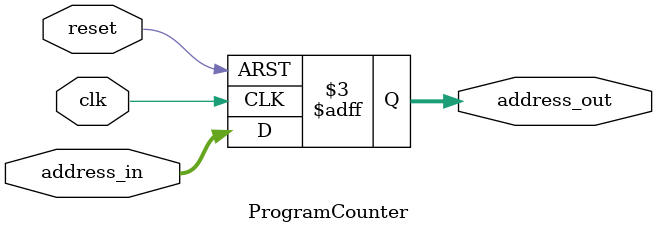
<source format=v>
module ProgramCounter(address_in, clk, reset, address_out);
input [31:0] address_in;
input clk;
input reset;
output reg [31:0] address_out;

always @(posedge clk or negedge reset)
begin
    if (!reset)
    begin
        address_out <= 32'd0;
    end
   
    else
    begin
        address_out <= address_in;
    end
end
endmodule
</source>
